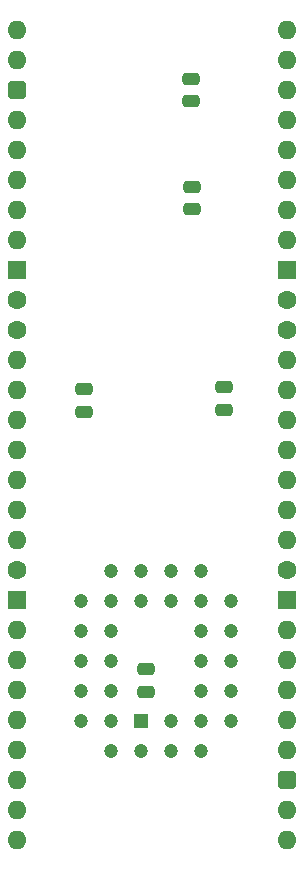
<source format=gbs>
%TF.GenerationSoftware,KiCad,Pcbnew,8.0.7*%
%TF.CreationDate,2025-01-12T11:08:47+02:00*%
%TF.ProjectId,HCP65 MPU Memory,48435036-3520-44d5-9055-204d656d6f72,V1*%
%TF.SameCoordinates,Original*%
%TF.FileFunction,Soldermask,Bot*%
%TF.FilePolarity,Negative*%
%FSLAX46Y46*%
G04 Gerber Fmt 4.6, Leading zero omitted, Abs format (unit mm)*
G04 Created by KiCad (PCBNEW 8.0.7) date 2025-01-12 11:08:47*
%MOMM*%
%LPD*%
G01*
G04 APERTURE LIST*
G04 Aperture macros list*
%AMRoundRect*
0 Rectangle with rounded corners*
0 $1 Rounding radius*
0 $2 $3 $4 $5 $6 $7 $8 $9 X,Y pos of 4 corners*
0 Add a 4 corners polygon primitive as box body*
4,1,4,$2,$3,$4,$5,$6,$7,$8,$9,$2,$3,0*
0 Add four circle primitives for the rounded corners*
1,1,$1+$1,$2,$3*
1,1,$1+$1,$4,$5*
1,1,$1+$1,$6,$7*
1,1,$1+$1,$8,$9*
0 Add four rect primitives between the rounded corners*
20,1,$1+$1,$2,$3,$4,$5,0*
20,1,$1+$1,$4,$5,$6,$7,0*
20,1,$1+$1,$6,$7,$8,$9,0*
20,1,$1+$1,$8,$9,$2,$3,0*%
G04 Aperture macros list end*
%ADD10R,1.200000X1.200000*%
%ADD11C,1.200000*%
%ADD12O,1.600000X1.600000*%
%ADD13RoundRect,0.400000X-0.400000X-0.400000X0.400000X-0.400000X0.400000X0.400000X-0.400000X0.400000X0*%
%ADD14R,1.600000X1.600000*%
%ADD15C,1.600000*%
%ADD16RoundRect,0.250000X-0.475000X0.250000X-0.475000X-0.250000X0.475000X-0.250000X0.475000X0.250000X0*%
%ADD17RoundRect,0.250000X0.475000X-0.250000X0.475000X0.250000X-0.475000X0.250000X-0.475000X-0.250000X0*%
G04 APERTURE END LIST*
D10*
%TO.C,IC46*%
X10541000Y-58547000D03*
D11*
X13081000Y-61087000D03*
X13081000Y-58547000D03*
X15621000Y-61087000D03*
X18161000Y-58547000D03*
X15621000Y-58547000D03*
X18161000Y-56007000D03*
X15621000Y-56007000D03*
X18161000Y-53467000D03*
X15621000Y-53467000D03*
X18161000Y-50927000D03*
X15621000Y-50927000D03*
X18161000Y-48387000D03*
X15621000Y-45847000D03*
X15621000Y-48387000D03*
X13081000Y-45847000D03*
X13081000Y-48387000D03*
X10541000Y-45847000D03*
X10541000Y-48387000D03*
X8001000Y-45847000D03*
X5461000Y-48387000D03*
X8001000Y-48387000D03*
X5461000Y-50927000D03*
X8001000Y-50927000D03*
X5461000Y-53467000D03*
X8001000Y-53467000D03*
X5461000Y-56007000D03*
X8001000Y-56007000D03*
X5461000Y-58547000D03*
X8001000Y-61087000D03*
X8001000Y-58547000D03*
X10541000Y-61087000D03*
%TD*%
D12*
%TO.C,J8*%
X0Y0D03*
X0Y-2540000D03*
D13*
X0Y-5080000D03*
D12*
X0Y-7620000D03*
X0Y-10160000D03*
X0Y-12700000D03*
X0Y-15240000D03*
X0Y-17780000D03*
D14*
X0Y-20320000D03*
D15*
X0Y-22860000D03*
X0Y-25400000D03*
D12*
X0Y-27940000D03*
X0Y-30480000D03*
X0Y-33020000D03*
X0Y-35560000D03*
X0Y-38100000D03*
X0Y-40640000D03*
X0Y-43180000D03*
D15*
X0Y-45720000D03*
D14*
X0Y-48260000D03*
D12*
X0Y-50800000D03*
X0Y-53340000D03*
X0Y-55880000D03*
X0Y-58420000D03*
X0Y-60960000D03*
X0Y-63500000D03*
X0Y-66040000D03*
X0Y-68580000D03*
X22860000Y-68580000D03*
X22860000Y-66040000D03*
D13*
X22860000Y-63500000D03*
D12*
X22860000Y-60960000D03*
X22860000Y-58420000D03*
X22860000Y-55880000D03*
X22860000Y-53340000D03*
X22860000Y-50800000D03*
D14*
X22860000Y-48260000D03*
D15*
X22860000Y-45720000D03*
D12*
X22860000Y-43180000D03*
X22860000Y-40640000D03*
X22860000Y-38100000D03*
X22860000Y-35560000D03*
X22860000Y-33020000D03*
X22860000Y-30480000D03*
X22860000Y-27940000D03*
D15*
X22860000Y-25400000D03*
X22860000Y-22860000D03*
D14*
X22860000Y-20320000D03*
D12*
X22860000Y-17780000D03*
X22860000Y-15240000D03*
X22860000Y-12700000D03*
X22860000Y-10160000D03*
X22860000Y-7620000D03*
X22860000Y-5080000D03*
X22860000Y-2540000D03*
X22860000Y0D03*
%TD*%
D16*
%TO.C,C54*%
X5715000Y-30435000D03*
X5715000Y-32335000D03*
%TD*%
D17*
%TO.C,C52*%
X10922000Y-56052000D03*
X10922000Y-54152000D03*
%TD*%
%TO.C,C51*%
X17526000Y-32176000D03*
X17526000Y-30276000D03*
%TD*%
D16*
%TO.C,C55*%
X14859000Y-13290000D03*
X14859000Y-15190000D03*
%TD*%
%TO.C,C53*%
X14732000Y-4146000D03*
X14732000Y-6046000D03*
%TD*%
M02*

</source>
